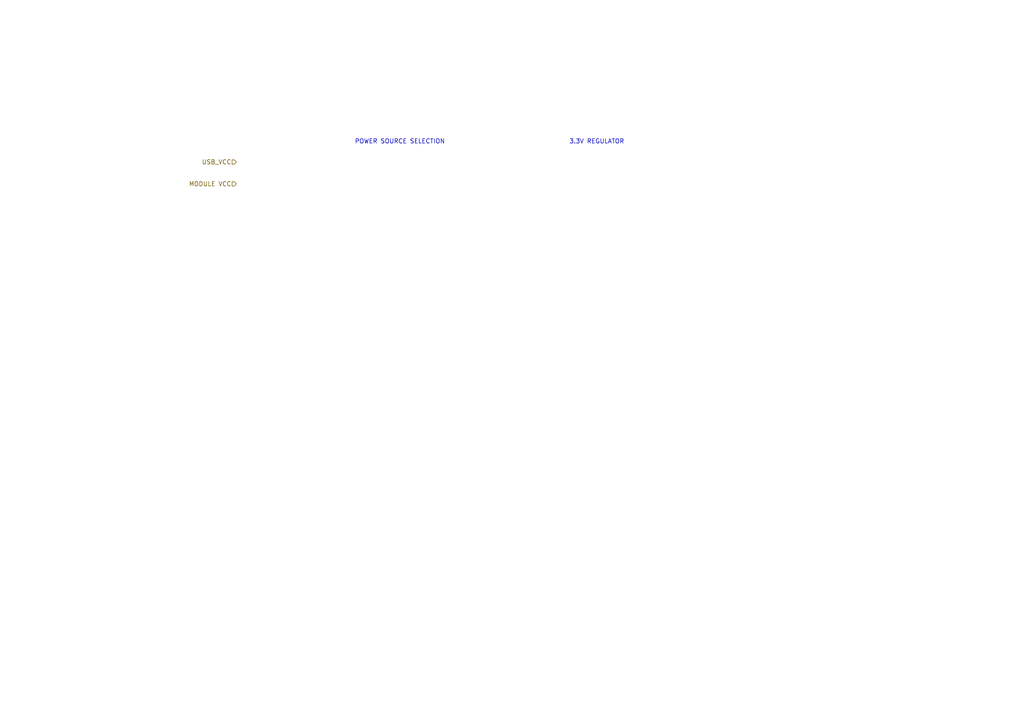
<source format=kicad_sch>
(kicad_sch (version 20230121) (generator eeschema)
  (paper "A4")
  (lib_symbols)
  (text "3.3V REGULATOR" (at 165.1 41.91 0) (effects (font (size 1.27 1.27)) (justify left bottom)))
  (text "POWER SOURCE SELECTION" (at 102.87 41.91 0) (effects (font (size 1.27 1.27)) (justify left bottom)))
  (hierarchical_label "MODULE VCC" (shape input) (at 68.58 53.34 180))
  (hierarchical_label "USB_VCC" (shape input) (at 68.58 46.99 180))
)
</source>
